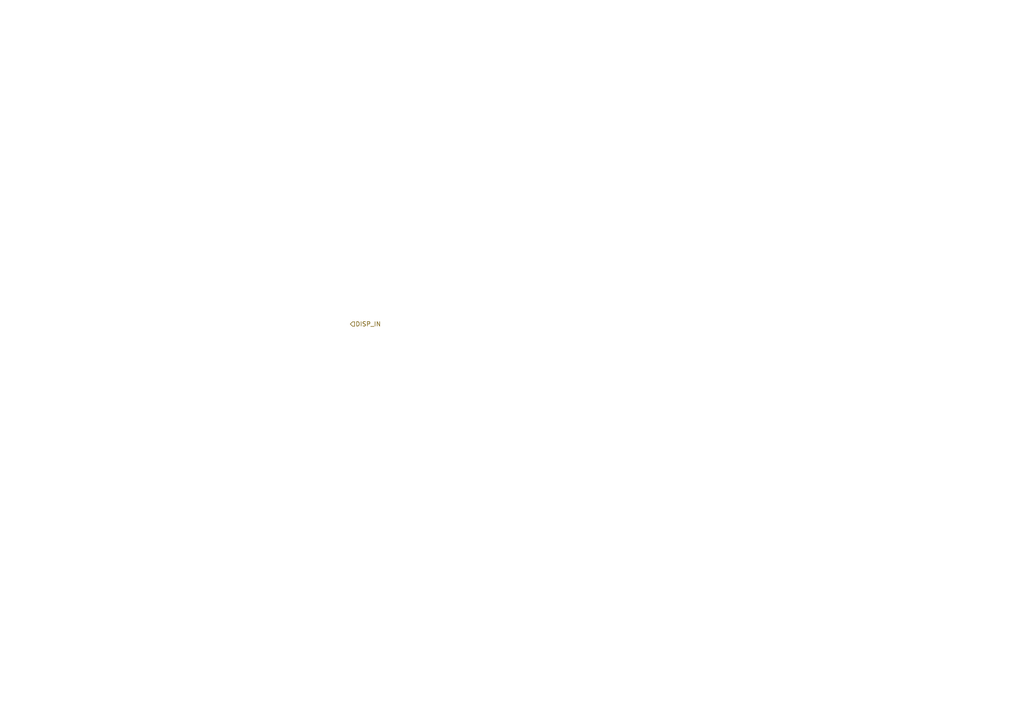
<source format=kicad_sch>
(kicad_sch
	(version 20231120)
	(generator "eeschema")
	(generator_version "8.0")
	(uuid "1822c68e-6c60-40cf-9c47-d7847b63a243")
	(paper "A4")
	(lib_symbols)
	(hierarchical_label "DISP_IN"
		(shape input)
		(at 101.6 93.98 0)
		(fields_autoplaced yes)
		(effects
			(font
				(size 1.27 1.27)
			)
			(justify left)
		)
		(uuid "7c86575a-2268-488e-8e2d-2a4ba97b28e6")
	)
)
</source>
